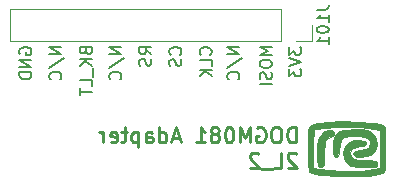
<source format=gbr>
G04 #@! TF.FileFunction,Legend,Bot*
%FSLAX46Y46*%
G04 Gerber Fmt 4.6, Leading zero omitted, Abs format (unit mm)*
G04 Created by KiCad (PCBNEW 4.0.7) date 01/27/18 17:50:34*
%MOMM*%
%LPD*%
G01*
G04 APERTURE LIST*
%ADD10C,0.076200*%
%ADD11C,0.127000*%
%ADD12C,0.254000*%
%ADD13C,0.100000*%
%ADD14C,0.120000*%
%ADD15C,0.150000*%
G04 APERTURE END LIST*
D10*
D11*
X163006919Y-80343224D02*
X161990919Y-80343224D01*
X163006919Y-80923795D01*
X161990919Y-80923795D01*
X161942538Y-82133319D02*
X163248824Y-81262462D01*
X162910157Y-83052557D02*
X162958538Y-83004176D01*
X163006919Y-82859033D01*
X163006919Y-82762271D01*
X162958538Y-82617129D01*
X162861776Y-82520367D01*
X162765014Y-82471986D01*
X162571490Y-82423605D01*
X162426348Y-82423605D01*
X162232824Y-82471986D01*
X162136062Y-82520367D01*
X162039300Y-82617129D01*
X161990919Y-82762271D01*
X161990919Y-82859033D01*
X162039300Y-83004176D01*
X162087681Y-83052557D01*
X168074219Y-80343224D02*
X167058219Y-80343224D01*
X168074219Y-80923795D01*
X167058219Y-80923795D01*
X167009838Y-82133319D02*
X168316124Y-81262462D01*
X167977457Y-83052557D02*
X168025838Y-83004176D01*
X168074219Y-82859033D01*
X168074219Y-82762271D01*
X168025838Y-82617129D01*
X167929076Y-82520367D01*
X167832314Y-82471986D01*
X167638790Y-82423605D01*
X167493648Y-82423605D01*
X167300124Y-82471986D01*
X167203362Y-82520367D01*
X167106600Y-82617129D01*
X167058219Y-82762271D01*
X167058219Y-82859033D01*
X167106600Y-83004176D01*
X167154981Y-83052557D01*
X178081819Y-80343224D02*
X177065819Y-80343224D01*
X178081819Y-80923795D01*
X177065819Y-80923795D01*
X177017438Y-82133319D02*
X178323724Y-81262462D01*
X177985057Y-83052557D02*
X178033438Y-83004176D01*
X178081819Y-82859033D01*
X178081819Y-82762271D01*
X178033438Y-82617129D01*
X177936676Y-82520367D01*
X177839914Y-82471986D01*
X177646390Y-82423605D01*
X177501248Y-82423605D01*
X177307724Y-82471986D01*
X177210962Y-82520367D01*
X177114200Y-82617129D01*
X177065819Y-82762271D01*
X177065819Y-82859033D01*
X177114200Y-83004176D01*
X177162581Y-83052557D01*
X165052829Y-80675238D02*
X165101210Y-80820381D01*
X165149590Y-80868762D01*
X165246352Y-80917143D01*
X165391495Y-80917143D01*
X165488257Y-80868762D01*
X165536638Y-80820381D01*
X165585019Y-80723619D01*
X165585019Y-80336572D01*
X164569019Y-80336572D01*
X164569019Y-80675238D01*
X164617400Y-80772000D01*
X164665781Y-80820381D01*
X164762543Y-80868762D01*
X164859305Y-80868762D01*
X164956067Y-80820381D01*
X165004448Y-80772000D01*
X165052829Y-80675238D01*
X165052829Y-80336572D01*
X165585019Y-81352572D02*
X164569019Y-81352572D01*
X165585019Y-81933143D02*
X165004448Y-81497715D01*
X164569019Y-81933143D02*
X165149590Y-81352572D01*
X165681781Y-82126667D02*
X165681781Y-82900762D01*
X165585019Y-83626476D02*
X165585019Y-83142667D01*
X164569019Y-83142667D01*
X164569019Y-83820000D02*
X164569019Y-84400571D01*
X165585019Y-84110286D02*
X164569019Y-84110286D01*
D12*
X182831619Y-88395024D02*
X182831619Y-87125024D01*
X182529238Y-87125024D01*
X182347810Y-87185500D01*
X182226857Y-87306452D01*
X182166381Y-87427405D01*
X182105905Y-87669310D01*
X182105905Y-87850738D01*
X182166381Y-88092643D01*
X182226857Y-88213595D01*
X182347810Y-88334548D01*
X182529238Y-88395024D01*
X182831619Y-88395024D01*
X181319714Y-87125024D02*
X181077810Y-87125024D01*
X180956857Y-87185500D01*
X180835905Y-87306452D01*
X180775429Y-87548357D01*
X180775429Y-87971690D01*
X180835905Y-88213595D01*
X180956857Y-88334548D01*
X181077810Y-88395024D01*
X181319714Y-88395024D01*
X181440667Y-88334548D01*
X181561619Y-88213595D01*
X181622095Y-87971690D01*
X181622095Y-87548357D01*
X181561619Y-87306452D01*
X181440667Y-87185500D01*
X181319714Y-87125024D01*
X179565905Y-87185500D02*
X179686857Y-87125024D01*
X179868286Y-87125024D01*
X180049714Y-87185500D01*
X180170667Y-87306452D01*
X180231143Y-87427405D01*
X180291619Y-87669310D01*
X180291619Y-87850738D01*
X180231143Y-88092643D01*
X180170667Y-88213595D01*
X180049714Y-88334548D01*
X179868286Y-88395024D01*
X179747334Y-88395024D01*
X179565905Y-88334548D01*
X179505429Y-88274071D01*
X179505429Y-87850738D01*
X179747334Y-87850738D01*
X178961143Y-88395024D02*
X178961143Y-87125024D01*
X178537810Y-88032167D01*
X178114476Y-87125024D01*
X178114476Y-88395024D01*
X177267809Y-87125024D02*
X177146857Y-87125024D01*
X177025905Y-87185500D01*
X176965428Y-87245976D01*
X176904952Y-87366929D01*
X176844476Y-87608833D01*
X176844476Y-87911214D01*
X176904952Y-88153119D01*
X176965428Y-88274071D01*
X177025905Y-88334548D01*
X177146857Y-88395024D01*
X177267809Y-88395024D01*
X177388762Y-88334548D01*
X177449238Y-88274071D01*
X177509714Y-88153119D01*
X177570190Y-87911214D01*
X177570190Y-87608833D01*
X177509714Y-87366929D01*
X177449238Y-87245976D01*
X177388762Y-87185500D01*
X177267809Y-87125024D01*
X176118761Y-87669310D02*
X176239714Y-87608833D01*
X176300190Y-87548357D01*
X176360666Y-87427405D01*
X176360666Y-87366929D01*
X176300190Y-87245976D01*
X176239714Y-87185500D01*
X176118761Y-87125024D01*
X175876857Y-87125024D01*
X175755904Y-87185500D01*
X175695428Y-87245976D01*
X175634952Y-87366929D01*
X175634952Y-87427405D01*
X175695428Y-87548357D01*
X175755904Y-87608833D01*
X175876857Y-87669310D01*
X176118761Y-87669310D01*
X176239714Y-87729786D01*
X176300190Y-87790262D01*
X176360666Y-87911214D01*
X176360666Y-88153119D01*
X176300190Y-88274071D01*
X176239714Y-88334548D01*
X176118761Y-88395024D01*
X175876857Y-88395024D01*
X175755904Y-88334548D01*
X175695428Y-88274071D01*
X175634952Y-88153119D01*
X175634952Y-87911214D01*
X175695428Y-87790262D01*
X175755904Y-87729786D01*
X175876857Y-87669310D01*
X174425428Y-88395024D02*
X175151142Y-88395024D01*
X174788285Y-88395024D02*
X174788285Y-87125024D01*
X174909237Y-87306452D01*
X175030190Y-87427405D01*
X175151142Y-87487881D01*
X172973999Y-88032167D02*
X172369237Y-88032167D01*
X173094952Y-88395024D02*
X172671618Y-87125024D01*
X172248285Y-88395024D01*
X171280666Y-88395024D02*
X171280666Y-87125024D01*
X171280666Y-88334548D02*
X171401619Y-88395024D01*
X171643523Y-88395024D01*
X171764476Y-88334548D01*
X171824952Y-88274071D01*
X171885428Y-88153119D01*
X171885428Y-87790262D01*
X171824952Y-87669310D01*
X171764476Y-87608833D01*
X171643523Y-87548357D01*
X171401619Y-87548357D01*
X171280666Y-87608833D01*
X170131618Y-88395024D02*
X170131618Y-87729786D01*
X170192095Y-87608833D01*
X170313047Y-87548357D01*
X170554952Y-87548357D01*
X170675904Y-87608833D01*
X170131618Y-88334548D02*
X170252571Y-88395024D01*
X170554952Y-88395024D01*
X170675904Y-88334548D01*
X170736380Y-88213595D01*
X170736380Y-88092643D01*
X170675904Y-87971690D01*
X170554952Y-87911214D01*
X170252571Y-87911214D01*
X170131618Y-87850738D01*
X169526856Y-87548357D02*
X169526856Y-88818357D01*
X169526856Y-87608833D02*
X169405904Y-87548357D01*
X169163999Y-87548357D01*
X169043047Y-87608833D01*
X168982570Y-87669310D01*
X168922094Y-87790262D01*
X168922094Y-88153119D01*
X168982570Y-88274071D01*
X169043047Y-88334548D01*
X169163999Y-88395024D01*
X169405904Y-88395024D01*
X169526856Y-88334548D01*
X168559237Y-87548357D02*
X168075427Y-87548357D01*
X168377808Y-87125024D02*
X168377808Y-88213595D01*
X168317332Y-88334548D01*
X168196379Y-88395024D01*
X168075427Y-88395024D01*
X167168285Y-88334548D02*
X167289237Y-88395024D01*
X167531142Y-88395024D01*
X167652094Y-88334548D01*
X167712570Y-88213595D01*
X167712570Y-87729786D01*
X167652094Y-87608833D01*
X167531142Y-87548357D01*
X167289237Y-87548357D01*
X167168285Y-87608833D01*
X167107808Y-87729786D01*
X167107808Y-87850738D01*
X167712570Y-87971690D01*
X166563523Y-88395024D02*
X166563523Y-87548357D01*
X166563523Y-87790262D02*
X166503047Y-87669310D01*
X166442571Y-87608833D01*
X166321618Y-87548357D01*
X166200666Y-87548357D01*
X182892095Y-89404976D02*
X182831619Y-89344500D01*
X182710667Y-89284024D01*
X182408286Y-89284024D01*
X182287333Y-89344500D01*
X182226857Y-89404976D01*
X182166381Y-89525929D01*
X182166381Y-89646881D01*
X182226857Y-89828310D01*
X182952571Y-90554024D01*
X182166381Y-90554024D01*
X181017333Y-90554024D02*
X181622095Y-90554024D01*
X181622095Y-89284024D01*
X180896381Y-90674976D02*
X179928762Y-90674976D01*
X179686857Y-89404976D02*
X179626381Y-89344500D01*
X179505429Y-89284024D01*
X179203048Y-89284024D01*
X179082095Y-89344500D01*
X179021619Y-89404976D01*
X178961143Y-89525929D01*
X178961143Y-89646881D01*
X179021619Y-89828310D01*
X179747333Y-90554024D01*
X178961143Y-90554024D01*
D11*
X159499300Y-80925005D02*
X159450919Y-80828243D01*
X159450919Y-80683100D01*
X159499300Y-80537958D01*
X159596062Y-80441196D01*
X159692824Y-80392815D01*
X159886348Y-80344434D01*
X160031490Y-80344434D01*
X160225014Y-80392815D01*
X160321776Y-80441196D01*
X160418538Y-80537958D01*
X160466919Y-80683100D01*
X160466919Y-80779862D01*
X160418538Y-80925005D01*
X160370157Y-80973386D01*
X160031490Y-80973386D01*
X160031490Y-80779862D01*
X160466919Y-81408815D02*
X159450919Y-81408815D01*
X160466919Y-81989386D01*
X159450919Y-81989386D01*
X160466919Y-82473196D02*
X159450919Y-82473196D01*
X159450919Y-82715101D01*
X159499300Y-82860243D01*
X159596062Y-82957005D01*
X159692824Y-83005386D01*
X159886348Y-83053767D01*
X160031490Y-83053767D01*
X160225014Y-83005386D01*
X160321776Y-82957005D01*
X160418538Y-82860243D01*
X160466919Y-82715101D01*
X160466919Y-82473196D01*
X173070157Y-80970967D02*
X173118538Y-80922586D01*
X173166919Y-80777443D01*
X173166919Y-80680681D01*
X173118538Y-80535539D01*
X173021776Y-80438777D01*
X172925014Y-80390396D01*
X172731490Y-80342015D01*
X172586348Y-80342015D01*
X172392824Y-80390396D01*
X172296062Y-80438777D01*
X172199300Y-80535539D01*
X172150919Y-80680681D01*
X172150919Y-80777443D01*
X172199300Y-80922586D01*
X172247681Y-80970967D01*
X173118538Y-81358015D02*
X173166919Y-81503158D01*
X173166919Y-81745062D01*
X173118538Y-81841824D01*
X173070157Y-81890205D01*
X172973395Y-81938586D01*
X172876633Y-81938586D01*
X172779871Y-81890205D01*
X172731490Y-81841824D01*
X172683110Y-81745062D01*
X172634729Y-81551539D01*
X172586348Y-81454777D01*
X172537967Y-81406396D01*
X172441205Y-81358015D01*
X172344443Y-81358015D01*
X172247681Y-81406396D01*
X172199300Y-81454777D01*
X172150919Y-81551539D01*
X172150919Y-81793443D01*
X172199300Y-81938586D01*
X170626919Y-80932867D02*
X170143110Y-80594201D01*
X170626919Y-80352296D02*
X169610919Y-80352296D01*
X169610919Y-80739343D01*
X169659300Y-80836105D01*
X169707681Y-80884486D01*
X169804443Y-80932867D01*
X169949586Y-80932867D01*
X170046348Y-80884486D01*
X170094729Y-80836105D01*
X170143110Y-80739343D01*
X170143110Y-80352296D01*
X170578538Y-81319915D02*
X170626919Y-81465058D01*
X170626919Y-81706962D01*
X170578538Y-81803724D01*
X170530157Y-81852105D01*
X170433395Y-81900486D01*
X170336633Y-81900486D01*
X170239871Y-81852105D01*
X170191490Y-81803724D01*
X170143110Y-81706962D01*
X170094729Y-81513439D01*
X170046348Y-81416677D01*
X169997967Y-81368296D01*
X169901205Y-81319915D01*
X169804443Y-81319915D01*
X169707681Y-81368296D01*
X169659300Y-81416677D01*
X169610919Y-81513439D01*
X169610919Y-81755343D01*
X169659300Y-81900486D01*
X175622857Y-80980038D02*
X175671238Y-80931657D01*
X175719619Y-80786514D01*
X175719619Y-80689752D01*
X175671238Y-80544610D01*
X175574476Y-80447848D01*
X175477714Y-80399467D01*
X175284190Y-80351086D01*
X175139048Y-80351086D01*
X174945524Y-80399467D01*
X174848762Y-80447848D01*
X174752000Y-80544610D01*
X174703619Y-80689752D01*
X174703619Y-80786514D01*
X174752000Y-80931657D01*
X174800381Y-80980038D01*
X175719619Y-81899276D02*
X175719619Y-81415467D01*
X174703619Y-81415467D01*
X175719619Y-82237943D02*
X174703619Y-82237943D01*
X175719619Y-82818514D02*
X175139048Y-82383086D01*
X174703619Y-82818514D02*
X175284190Y-82237943D01*
X180825019Y-80305729D02*
X179809019Y-80305729D01*
X180534733Y-80644395D01*
X179809019Y-80983062D01*
X180825019Y-80983062D01*
X179809019Y-81660396D02*
X179809019Y-81853919D01*
X179857400Y-81950681D01*
X179954162Y-82047443D01*
X180147686Y-82095824D01*
X180486352Y-82095824D01*
X180679876Y-82047443D01*
X180776638Y-81950681D01*
X180825019Y-81853919D01*
X180825019Y-81660396D01*
X180776638Y-81563634D01*
X180679876Y-81466872D01*
X180486352Y-81418491D01*
X180147686Y-81418491D01*
X179954162Y-81466872D01*
X179857400Y-81563634D01*
X179809019Y-81660396D01*
X180776638Y-82482872D02*
X180825019Y-82628015D01*
X180825019Y-82869919D01*
X180776638Y-82966681D01*
X180728257Y-83015062D01*
X180631495Y-83063443D01*
X180534733Y-83063443D01*
X180437971Y-83015062D01*
X180389590Y-82966681D01*
X180341210Y-82869919D01*
X180292829Y-82676396D01*
X180244448Y-82579634D01*
X180196067Y-82531253D01*
X180099305Y-82482872D01*
X180002543Y-82482872D01*
X179905781Y-82531253D01*
X179857400Y-82579634D01*
X179809019Y-82676396D01*
X179809019Y-82918300D01*
X179857400Y-83063443D01*
X180825019Y-83498872D02*
X179809019Y-83498872D01*
X182310919Y-80339596D02*
X182310919Y-80968548D01*
X182697967Y-80629882D01*
X182697967Y-80775024D01*
X182746348Y-80871786D01*
X182794729Y-80920167D01*
X182891490Y-80968548D01*
X183133395Y-80968548D01*
X183230157Y-80920167D01*
X183278538Y-80871786D01*
X183326919Y-80775024D01*
X183326919Y-80484739D01*
X183278538Y-80387977D01*
X183230157Y-80339596D01*
X182310919Y-81258834D02*
X183326919Y-81597501D01*
X182310919Y-81936167D01*
X182310919Y-82178072D02*
X182310919Y-82807024D01*
X182697967Y-82468358D01*
X182697967Y-82613500D01*
X182746348Y-82710262D01*
X182794729Y-82758643D01*
X182891490Y-82807024D01*
X183133395Y-82807024D01*
X183230157Y-82758643D01*
X183278538Y-82710262D01*
X183326919Y-82613500D01*
X183326919Y-82323215D01*
X183278538Y-82226453D01*
X183230157Y-82178072D01*
D13*
G36*
X183893622Y-88156418D02*
X183895762Y-88750076D01*
X183896000Y-88934945D01*
X183897968Y-89575217D01*
X183904635Y-90065453D01*
X183917144Y-90424914D01*
X183936639Y-90672861D01*
X183964265Y-90828554D01*
X184001165Y-90911252D01*
X184014169Y-90924670D01*
X184181404Y-90996142D01*
X184319333Y-91026474D01*
X184319333Y-90572748D01*
X184319333Y-88979371D01*
X184323389Y-88458909D01*
X184334750Y-88009332D01*
X184352205Y-87655665D01*
X184374547Y-87422937D01*
X184398725Y-87336926D01*
X184510173Y-87306092D01*
X184752448Y-87259619D01*
X185088507Y-87204095D01*
X185435892Y-87152485D01*
X186064360Y-87090536D01*
X186791949Y-87062245D01*
X187561863Y-87066497D01*
X188317308Y-87102179D01*
X189001486Y-87168176D01*
X189399333Y-87230237D01*
X189949667Y-87334859D01*
X189972634Y-88956143D01*
X189995601Y-90577426D01*
X189422301Y-90668198D01*
X189086387Y-90720928D01*
X188781576Y-90768002D01*
X188595000Y-90796091D01*
X188354831Y-90813739D01*
X187983475Y-90820161D01*
X187518617Y-90816617D01*
X186997943Y-90804364D01*
X186459138Y-90784660D01*
X185939888Y-90758761D01*
X185477878Y-90727926D01*
X185110794Y-90693412D01*
X184975500Y-90675306D01*
X184319333Y-90572748D01*
X184319333Y-91026474D01*
X184490725Y-91064166D01*
X184914887Y-91126037D01*
X185426644Y-91179051D01*
X185998751Y-91220504D01*
X186603961Y-91247692D01*
X187215031Y-91257910D01*
X187367333Y-91257483D01*
X187852331Y-91252260D01*
X188291111Y-91244201D01*
X188649846Y-91234183D01*
X188894708Y-91223080D01*
X188976000Y-91215816D01*
X189482572Y-91132236D01*
X189890361Y-91049708D01*
X190175538Y-90973632D01*
X190309500Y-90913674D01*
X190346535Y-90835849D01*
X190374694Y-90660790D01*
X190394802Y-90373075D01*
X190407683Y-89957284D01*
X190414163Y-89397996D01*
X190415333Y-88934945D01*
X190414382Y-88318599D01*
X190410423Y-87850164D01*
X190401800Y-87508224D01*
X190386856Y-87271362D01*
X190363934Y-87118160D01*
X190331378Y-87027203D01*
X190287532Y-86977073D01*
X190262688Y-86961597D01*
X189996800Y-86868179D01*
X189591239Y-86788175D01*
X189075227Y-86722830D01*
X188477985Y-86673389D01*
X187828736Y-86641099D01*
X187156702Y-86627204D01*
X186491104Y-86632950D01*
X185861166Y-86659582D01*
X185296109Y-86708346D01*
X185057807Y-86739783D01*
X184692342Y-86791423D01*
X184412238Y-86836352D01*
X184206234Y-86895847D01*
X184063071Y-86991182D01*
X183971488Y-87143632D01*
X183920225Y-87374471D01*
X183898023Y-87704975D01*
X183893622Y-88156418D01*
X183893622Y-88156418D01*
X183893622Y-88156418D01*
G37*
X183893622Y-88156418D02*
X183895762Y-88750076D01*
X183896000Y-88934945D01*
X183897968Y-89575217D01*
X183904635Y-90065453D01*
X183917144Y-90424914D01*
X183936639Y-90672861D01*
X183964265Y-90828554D01*
X184001165Y-90911252D01*
X184014169Y-90924670D01*
X184181404Y-90996142D01*
X184319333Y-91026474D01*
X184319333Y-90572748D01*
X184319333Y-88979371D01*
X184323389Y-88458909D01*
X184334750Y-88009332D01*
X184352205Y-87655665D01*
X184374547Y-87422937D01*
X184398725Y-87336926D01*
X184510173Y-87306092D01*
X184752448Y-87259619D01*
X185088507Y-87204095D01*
X185435892Y-87152485D01*
X186064360Y-87090536D01*
X186791949Y-87062245D01*
X187561863Y-87066497D01*
X188317308Y-87102179D01*
X189001486Y-87168176D01*
X189399333Y-87230237D01*
X189949667Y-87334859D01*
X189972634Y-88956143D01*
X189995601Y-90577426D01*
X189422301Y-90668198D01*
X189086387Y-90720928D01*
X188781576Y-90768002D01*
X188595000Y-90796091D01*
X188354831Y-90813739D01*
X187983475Y-90820161D01*
X187518617Y-90816617D01*
X186997943Y-90804364D01*
X186459138Y-90784660D01*
X185939888Y-90758761D01*
X185477878Y-90727926D01*
X185110794Y-90693412D01*
X184975500Y-90675306D01*
X184319333Y-90572748D01*
X184319333Y-91026474D01*
X184490725Y-91064166D01*
X184914887Y-91126037D01*
X185426644Y-91179051D01*
X185998751Y-91220504D01*
X186603961Y-91247692D01*
X187215031Y-91257910D01*
X187367333Y-91257483D01*
X187852331Y-91252260D01*
X188291111Y-91244201D01*
X188649846Y-91234183D01*
X188894708Y-91223080D01*
X188976000Y-91215816D01*
X189482572Y-91132236D01*
X189890361Y-91049708D01*
X190175538Y-90973632D01*
X190309500Y-90913674D01*
X190346535Y-90835849D01*
X190374694Y-90660790D01*
X190394802Y-90373075D01*
X190407683Y-89957284D01*
X190414163Y-89397996D01*
X190415333Y-88934945D01*
X190414382Y-88318599D01*
X190410423Y-87850164D01*
X190401800Y-87508224D01*
X190386856Y-87271362D01*
X190363934Y-87118160D01*
X190331378Y-87027203D01*
X190287532Y-86977073D01*
X190262688Y-86961597D01*
X189996800Y-86868179D01*
X189591239Y-86788175D01*
X189075227Y-86722830D01*
X188477985Y-86673389D01*
X187828736Y-86641099D01*
X187156702Y-86627204D01*
X186491104Y-86632950D01*
X185861166Y-86659582D01*
X185296109Y-86708346D01*
X185057807Y-86739783D01*
X184692342Y-86791423D01*
X184412238Y-86836352D01*
X184206234Y-86895847D01*
X184063071Y-86991182D01*
X183971488Y-87143632D01*
X183920225Y-87374471D01*
X183898023Y-87704975D01*
X183893622Y-88156418D01*
X183893622Y-88156418D01*
G36*
X186855330Y-89301396D02*
X186902811Y-89684950D01*
X187067553Y-90034481D01*
X187341839Y-90303811D01*
X187483097Y-90377168D01*
X187671433Y-90427105D01*
X187942285Y-90458878D01*
X188331089Y-90477742D01*
X188552667Y-90483393D01*
X188949061Y-90487691D01*
X189287353Y-90483729D01*
X189529130Y-90472450D01*
X189632167Y-90456953D01*
X189721029Y-90339885D01*
X189729116Y-90161760D01*
X189661306Y-90007596D01*
X189604075Y-89967391D01*
X189465273Y-89945378D01*
X189201201Y-89928077D01*
X188855907Y-89917813D01*
X188630409Y-89916000D01*
X188148865Y-89900429D01*
X187812329Y-89846481D01*
X187598728Y-89743299D01*
X187485987Y-89580028D01*
X187452033Y-89345811D01*
X187452000Y-89336455D01*
X187518498Y-89072492D01*
X187723142Y-88885644D01*
X188073658Y-88770320D01*
X188275076Y-88740904D01*
X188550639Y-88705063D01*
X188697307Y-88659056D01*
X188755127Y-88581255D01*
X188764333Y-88476666D01*
X188753369Y-88362268D01*
X188695036Y-88295955D01*
X188551176Y-88261166D01*
X188283631Y-88241341D01*
X188214000Y-88237817D01*
X187797720Y-88241844D01*
X187498020Y-88306245D01*
X187403721Y-88348786D01*
X187107058Y-88593094D01*
X186923837Y-88924037D01*
X186855330Y-89301396D01*
X186855330Y-89301396D01*
X186855330Y-89301396D01*
G37*
X186855330Y-89301396D02*
X186902811Y-89684950D01*
X187067553Y-90034481D01*
X187341839Y-90303811D01*
X187483097Y-90377168D01*
X187671433Y-90427105D01*
X187942285Y-90458878D01*
X188331089Y-90477742D01*
X188552667Y-90483393D01*
X188949061Y-90487691D01*
X189287353Y-90483729D01*
X189529130Y-90472450D01*
X189632167Y-90456953D01*
X189721029Y-90339885D01*
X189729116Y-90161760D01*
X189661306Y-90007596D01*
X189604075Y-89967391D01*
X189465273Y-89945378D01*
X189201201Y-89928077D01*
X188855907Y-89917813D01*
X188630409Y-89916000D01*
X188148865Y-89900429D01*
X187812329Y-89846481D01*
X187598728Y-89743299D01*
X187485987Y-89580028D01*
X187452033Y-89345811D01*
X187452000Y-89336455D01*
X187518498Y-89072492D01*
X187723142Y-88885644D01*
X188073658Y-88770320D01*
X188275076Y-88740904D01*
X188550639Y-88705063D01*
X188697307Y-88659056D01*
X188755127Y-88581255D01*
X188764333Y-88476666D01*
X188753369Y-88362268D01*
X188695036Y-88295955D01*
X188551176Y-88261166D01*
X188283631Y-88241341D01*
X188214000Y-88237817D01*
X187797720Y-88241844D01*
X187498020Y-88306245D01*
X187403721Y-88348786D01*
X187107058Y-88593094D01*
X186923837Y-88924037D01*
X186855330Y-89301396D01*
X186855330Y-89301396D01*
G36*
X184658932Y-89392399D02*
X184678862Y-89915157D01*
X184739661Y-90278069D01*
X184840706Y-90479846D01*
X184981376Y-90519203D01*
X185149067Y-90407066D01*
X185202318Y-90261488D01*
X185236314Y-89954882D01*
X185250324Y-89494537D01*
X185250667Y-89395050D01*
X185259236Y-88997735D01*
X185282370Y-88645407D01*
X185316210Y-88383877D01*
X185344759Y-88278124D01*
X185488325Y-88108654D01*
X185722672Y-87961565D01*
X185768092Y-87942284D01*
X185989162Y-87831786D01*
X186083993Y-87705972D01*
X186097333Y-87600685D01*
X186033361Y-87424243D01*
X185865431Y-87340667D01*
X185629525Y-87347481D01*
X185361626Y-87442205D01*
X185097716Y-87622361D01*
X185043722Y-87673255D01*
X184892440Y-87849985D01*
X184785784Y-88049797D01*
X184716483Y-88305186D01*
X184677263Y-88648649D01*
X184660851Y-89112682D01*
X184658932Y-89392399D01*
X184658932Y-89392399D01*
X184658932Y-89392399D01*
G37*
X184658932Y-89392399D02*
X184678862Y-89915157D01*
X184739661Y-90278069D01*
X184840706Y-90479846D01*
X184981376Y-90519203D01*
X185149067Y-90407066D01*
X185202318Y-90261488D01*
X185236314Y-89954882D01*
X185250324Y-89494537D01*
X185250667Y-89395050D01*
X185259236Y-88997735D01*
X185282370Y-88645407D01*
X185316210Y-88383877D01*
X185344759Y-88278124D01*
X185488325Y-88108654D01*
X185722672Y-87961565D01*
X185768092Y-87942284D01*
X185989162Y-87831786D01*
X186083993Y-87705972D01*
X186097333Y-87600685D01*
X186033361Y-87424243D01*
X185865431Y-87340667D01*
X185629525Y-87347481D01*
X185361626Y-87442205D01*
X185097716Y-87622361D01*
X185043722Y-87673255D01*
X184892440Y-87849985D01*
X184785784Y-88049797D01*
X184716483Y-88305186D01*
X184677263Y-88648649D01*
X184660851Y-89112682D01*
X184658932Y-89392399D01*
X184658932Y-89392399D01*
G36*
X186002801Y-89026520D02*
X186026826Y-89323519D01*
X186078783Y-89533327D01*
X186139667Y-89607951D01*
X186331695Y-89638023D01*
X186452143Y-89541621D01*
X186510889Y-89304874D01*
X186520667Y-89072909D01*
X186555746Y-88577412D01*
X186663015Y-88227937D01*
X186845521Y-88015931D01*
X186909865Y-87980336D01*
X187087306Y-87937401D01*
X187382414Y-87904319D01*
X187743592Y-87886058D01*
X187910233Y-87884000D01*
X188301858Y-87889548D01*
X188566654Y-87911080D01*
X188746902Y-87955927D01*
X188884886Y-88031422D01*
X188922249Y-88059478D01*
X189101246Y-88288739D01*
X189138798Y-88551950D01*
X189031614Y-88798950D01*
X188974688Y-88858854D01*
X188751794Y-88973454D01*
X188402358Y-89044508D01*
X188318521Y-89052644D01*
X187954152Y-89109077D01*
X187753352Y-89206606D01*
X187715192Y-89346155D01*
X187838743Y-89528647D01*
X187839048Y-89528952D01*
X188036147Y-89626949D01*
X188358777Y-89644715D01*
X188818879Y-89582860D01*
X188835249Y-89579719D01*
X189214998Y-89433080D01*
X189493444Y-89181501D01*
X189666504Y-88858686D01*
X189730099Y-88498335D01*
X189680146Y-88134151D01*
X189512565Y-87799837D01*
X189223274Y-87529094D01*
X189092472Y-87455569D01*
X188909140Y-87376187D01*
X188725711Y-87325824D01*
X188500663Y-87299875D01*
X188192472Y-87293734D01*
X187759616Y-87302796D01*
X187724509Y-87303852D01*
X187231514Y-87326266D01*
X186873565Y-87366823D01*
X186616477Y-87437716D01*
X186426068Y-87551137D01*
X186268155Y-87719277D01*
X186170375Y-87858171D01*
X186090495Y-88058154D01*
X186035418Y-88349259D01*
X186005926Y-88686907D01*
X186002801Y-89026520D01*
X186002801Y-89026520D01*
X186002801Y-89026520D01*
G37*
X186002801Y-89026520D02*
X186026826Y-89323519D01*
X186078783Y-89533327D01*
X186139667Y-89607951D01*
X186331695Y-89638023D01*
X186452143Y-89541621D01*
X186510889Y-89304874D01*
X186520667Y-89072909D01*
X186555746Y-88577412D01*
X186663015Y-88227937D01*
X186845521Y-88015931D01*
X186909865Y-87980336D01*
X187087306Y-87937401D01*
X187382414Y-87904319D01*
X187743592Y-87886058D01*
X187910233Y-87884000D01*
X188301858Y-87889548D01*
X188566654Y-87911080D01*
X188746902Y-87955927D01*
X188884886Y-88031422D01*
X188922249Y-88059478D01*
X189101246Y-88288739D01*
X189138798Y-88551950D01*
X189031614Y-88798950D01*
X188974688Y-88858854D01*
X188751794Y-88973454D01*
X188402358Y-89044508D01*
X188318521Y-89052644D01*
X187954152Y-89109077D01*
X187753352Y-89206606D01*
X187715192Y-89346155D01*
X187838743Y-89528647D01*
X187839048Y-89528952D01*
X188036147Y-89626949D01*
X188358777Y-89644715D01*
X188818879Y-89582860D01*
X188835249Y-89579719D01*
X189214998Y-89433080D01*
X189493444Y-89181501D01*
X189666504Y-88858686D01*
X189730099Y-88498335D01*
X189680146Y-88134151D01*
X189512565Y-87799837D01*
X189223274Y-87529094D01*
X189092472Y-87455569D01*
X188909140Y-87376187D01*
X188725711Y-87325824D01*
X188500663Y-87299875D01*
X188192472Y-87293734D01*
X187759616Y-87302796D01*
X187724509Y-87303852D01*
X187231514Y-87326266D01*
X186873565Y-87366823D01*
X186616477Y-87437716D01*
X186426068Y-87551137D01*
X186268155Y-87719277D01*
X186170375Y-87858171D01*
X186090495Y-88058154D01*
X186035418Y-88349259D01*
X186005926Y-88686907D01*
X186002801Y-89026520D01*
X186002801Y-89026520D01*
D14*
X158664600Y-79790600D02*
X158664600Y-77130600D01*
X181584600Y-79790600D02*
X158664600Y-79790600D01*
X181584600Y-77130600D02*
X158664600Y-77130600D01*
X181584600Y-79790600D02*
X181584600Y-77130600D01*
X182854600Y-79790600D02*
X184184600Y-79790600D01*
X184184600Y-79790600D02*
X184184600Y-78460600D01*
D15*
X184636981Y-77174886D02*
X185351267Y-77174886D01*
X185494124Y-77127266D01*
X185589362Y-77032028D01*
X185636981Y-76889171D01*
X185636981Y-76793933D01*
X185636981Y-78174886D02*
X185636981Y-77603457D01*
X185636981Y-77889171D02*
X184636981Y-77889171D01*
X184779838Y-77793933D01*
X184875076Y-77698695D01*
X184922695Y-77603457D01*
X184636981Y-78793933D02*
X184636981Y-78889172D01*
X184684600Y-78984410D01*
X184732219Y-79032029D01*
X184827457Y-79079648D01*
X185017933Y-79127267D01*
X185256029Y-79127267D01*
X185446505Y-79079648D01*
X185541743Y-79032029D01*
X185589362Y-78984410D01*
X185636981Y-78889172D01*
X185636981Y-78793933D01*
X185589362Y-78698695D01*
X185541743Y-78651076D01*
X185446505Y-78603457D01*
X185256029Y-78555838D01*
X185017933Y-78555838D01*
X184827457Y-78603457D01*
X184732219Y-78651076D01*
X184684600Y-78698695D01*
X184636981Y-78793933D01*
X185636981Y-80079648D02*
X185636981Y-79508219D01*
X185636981Y-79793933D02*
X184636981Y-79793933D01*
X184779838Y-79698695D01*
X184875076Y-79603457D01*
X184922695Y-79508219D01*
M02*

</source>
